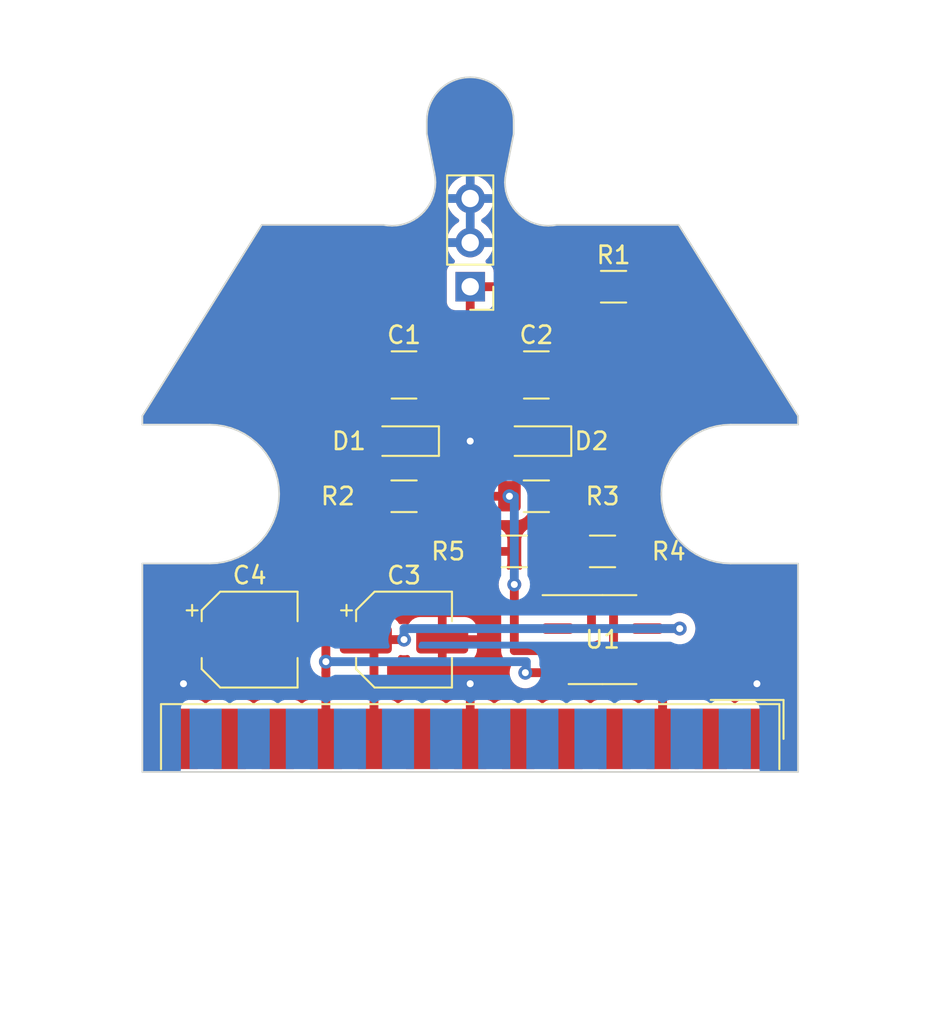
<source format=kicad_pcb>
(kicad_pcb (version 20221018) (generator pcbnew)
  (layers (0 "F.Cu" signal) (31 "B.Cu" signal) (34 "B.Paste" user) (35 "F.Paste" user) (36 "B.SilkS" user "B.Silkscreen") (37 "F.SilkS" user "F.Silkscreen") (38 "B.Mask" user) (39 "F.Mask" user) (44 "Edge.Cuts" user))
  (net 0 "")
  (net 1 "Net-(D1-A)")
  (net 2 "Net-(D2-K)")
  (net 3 "+12V")
  (net 4 "GND")
  (net 5 "-12V")
  (net 8 "Net-(J2-Pad3)")
  (net 28 "Net-(U1-+)")
  (net 29 "Net-(U1--)")
  (net 33 "Net-(J1-Pin_1)")
  (footprint "Capacitor_SMD:C_1210_3225Metric_Pad1.33x2.70mm_HandSolder" (layer "F.Cu") (at 120.523 71.8895)
    (fp_text reference "C2" (at 0 -2.3) (layer "F.SilkS"))
    (fp_text value "1µF")
    (fp_line (start -0.711252 -1.36) (end 0.711252 -1.36) (stroke (width 0.12)) (layer "F.SilkS"))
    (fp_line (start -0.711252 1.36) (end 0.711252 1.36) (stroke (width 0.12)) (layer "F.SilkS"))
    (pad "1" smd roundrect (at -1.5625 0) (size 1.325 2.7) (layers "F.Cu" "F.Paste" "F.Mask") (roundrect_rratio 0.188679) (net 33 "Net-(J1-Pin_1)"))
    (pad "2" smd roundrect (at 1.5625 0) (size 1.325 2.7) (layers "F.Cu" "F.Paste" "F.Mask") (roundrect_rratio 0.188679) (net 2 "Net-(D2-K)"))
  )
  (footprint "Connector_Dsub:DSUB-25_Female_EdgeMount_P2.77mm" (layer "F.Cu") (at 116.713 92.8445)
    (fp_text reference "J2" hide)
    (fp_text value "DB25_Receptacle" hide)
    (fp_line (start -17.803333 -2) (end -17.803333 1.74) (stroke (width 0.12)) (layer "F.SilkS"))
    (fp_line (start 17.803333 -2) (end -17.803333 -2) (stroke (width 0.12)) (layer "F.SilkS"))
    (fp_line (start 17.803333 1.74) (end 17.803333 -2) (stroke (width 0.12)) (layer "F.SilkS"))
    (fp_line (start 18.043333 -2.24) (end 13.85 -2.24) (stroke (width 0.12)) (layer "F.SilkS"))
    (fp_line (start 18.043333 0) (end 18.043333 -2.24) (stroke (width 0.12)) (layer "F.SilkS"))
    (pad "1" smd rect (at 16.62 0) (size 1.846667 3.48) (layers "F.Cu" "F.Paste" "F.Mask"))
    (pad "2" smd rect (at 13.85 0) (size 1.846667 3.48) (layers "F.Cu" "F.Paste" "F.Mask"))
    (pad "3" smd rect (at 11.08 0) (size 1.846667 3.48) (layers "F.Cu" "F.Paste" "F.Mask") (net 8 "Net-(J2-Pad3)"))
    (pad "4" smd rect (at 8.31 0) (size 1.846667 3.48) (layers "F.Cu" "F.Paste" "F.Mask"))
    (pad "5" smd rect (at 5.54 0) (size 1.846667 3.48) (layers "F.Cu" "F.Paste" "F.Mask"))
    (pad "6" smd rect (at 2.77 0) (size 1.846667 3.48) (layers "F.Cu" "F.Paste" "F.Mask"))
    (pad "7" smd rect (at 0 0) (size 1.846667 3.48) (layers "F.Cu" "F.Paste" "F.Mask") (net 4 "GND"))
    (pad "8" smd rect (at -2.77 0) (size 1.846667 3.48) (layers "F.Cu" "F.Paste" "F.Mask"))
    (pad "9" smd rect (at -5.54 0) (size 1.846667 3.48) (layers "F.Cu" "F.Paste" "F.Mask") (net 3 "+12V"))
    (pad "10" smd rect (at -8.31 0) (size 1.846667 3.48) (layers "F.Cu" "F.Paste" "F.Mask") (net 5 "-12V"))
    (pad "11" smd rect (at -11.08 0) (size 1.846667 3.48) (layers "F.Cu" "F.Paste" "F.Mask"))
    (pad "12" smd rect (at -13.85 0) (size 1.846667 3.48) (layers "F.Cu" "F.Paste" "F.Mask"))
    (pad "13" smd rect (at -16.62 0) (size 1.846667 3.48) (layers "F.Cu" "F.Paste" "F.Mask"))
    (pad "14" smd rect (at 15.235 0) (size 1.846667 3.48) (layers "B.Cu" "B.Paste" "B.Mask"))
    (pad "15" smd rect (at 12.465 0) (size 1.846667 3.48) (layers "B.Cu" "B.Paste" "B.Mask"))
    (pad "16" smd rect (at 9.695 0) (size 1.846667 3.48) (layers "B.Cu" "B.Paste" "B.Mask"))
    (pad "17" smd rect (at 6.925 0) (size 1.846667 3.48) (layers "B.Cu" "B.Paste" "B.Mask"))
    (pad "18" smd rect (at 4.155 0) (size 1.846667 3.48) (layers "B.Cu" "B.Paste" "B.Mask"))
    (pad "19" smd rect (at 1.385 0) (size 1.846667 3.48) (layers "B.Cu" "B.Paste" "B.Mask"))
    (pad "20" smd rect (at -1.385 0) (size 1.846667 3.48) (layers "B.Cu" "B.Paste" "B.Mask"))
    (pad "21" smd rect (at -4.155 0) (size 1.846667 3.48) (layers "B.Cu" "B.Paste" "B.Mask"))
    (pad "22" smd rect (at -6.925 0) (size 1.846667 3.48) (layers "B.Cu" "B.Paste" "B.Mask"))
    (pad "23" smd rect (at -9.695 0) (size 1.846667 3.48) (layers "B.Cu" "B.Paste" "B.Mask"))
    (pad "24" smd rect (at -12.465 0) (size 1.846667 3.48) (layers "B.Cu" "B.Paste" "B.Mask"))
    (pad "25" smd rect (at -15.235 0) (size 1.846667 3.48) (layers "B.Cu" "B.Paste" "B.Mask"))
  )
  (footprint "Diode_SMD:D_SOD-323_HandSoldering" (layer "F.Cu") (at 120.523 75.6995 180)
    (fp_text reference "D2" (at -3.175 0 180) (layer "F.SilkS"))
    (fp_text value "1N4148")
    (fp_line (start -2.01 -0.85) (end -2.01 0.85) (stroke (width 0.12)) (layer "F.SilkS"))
    (fp_line (start -2.01 -0.85) (end 1.25 -0.85) (stroke (width 0.12)) (layer "F.SilkS"))
    (fp_line (start -2.01 0.85) (end 1.25 0.85) (stroke (width 0.12)) (layer "F.SilkS"))
    (pad "1" smd roundrect (at -1.25 0 180) (size 1 1) (layers "F.Cu" "F.Paste" "F.Mask") (net 2 "Net-(D2-K)"))
    (pad "2" smd roundrect (at 1.25 0 180) (size 1 1) (layers "F.Cu" "F.Paste" "F.Mask") (net 4 "GND"))
  )
  (footprint "Resistor_SMD:R_1206_3216Metric_Pad1.30x1.75mm_HandSolder" (layer "F.Cu") (at 119.253 82.0495)
    (fp_text reference "R5" (at -3.81 0) (layer "F.SilkS"))
    (fp_text value "1k")
    (fp_line (start -0.727064 -0.91) (end 0.727064 -0.91) (stroke (width 0.12)) (layer "F.SilkS"))
    (fp_line (start -0.727064 0.91) (end 0.727064 0.91) (stroke (width 0.12)) (layer "F.SilkS"))
    (pad "1" smd roundrect (at -1.55 0) (size 1.3 1.75) (layers "F.Cu" "F.Paste" "F.Mask") (roundrect_rratio 0.192308) (net 4 "GND"))
    (pad "2" smd roundrect (at 1.55 0) (size 1.3 1.75) (layers "F.Cu" "F.Paste" "F.Mask") (roundrect_rratio 0.192308) (net 29 "Net-(U1--)"))
  )
  (footprint "Resistor_SMD:R_1206_3216Metric_Pad1.30x1.75mm_HandSolder" (layer "F.Cu") (at 124.333 82.0495)
    (fp_text reference "R4" (at 3.81 0) (layer "F.SilkS"))
    (fp_text value "9k1")
    (fp_line (start -0.727064 -0.91) (end 0.727064 -0.91) (stroke (width 0.12)) (layer "F.SilkS"))
    (fp_line (start -0.727064 0.91) (end 0.727064 0.91) (stroke (width 0.12)) (layer "F.SilkS"))
    (pad "1" smd roundrect (at -1.55 0) (size 1.3 1.75) (layers "F.Cu" "F.Paste" "F.Mask") (roundrect_rratio 0.192308) (net 29 "Net-(U1--)"))
    (pad "2" smd roundrect (at 1.55 0) (size 1.3 1.75) (layers "F.Cu" "F.Paste" "F.Mask") (roundrect_rratio 0.192308) (net 8 "Net-(J2-Pad3)"))
  )
  (footprint "Capacitor_SMD:CP_Elec_5x5.4" (layer "F.Cu") (at 112.903 87.1295)
    (fp_text reference "C3" (at 0 -3.7) (layer "F.SilkS"))
    (fp_text value "10µF")
    (fp_line (start -3.625 -1.685) (end -3 -1.685) (stroke (width 0.12)) (layer "F.SilkS"))
    (fp_line (start -3.3125 -1.9975) (end -3.3125 -1.3725) (stroke (width 0.12)) (layer "F.SilkS"))
    (fp_line (start -2.76 -1.695563) (end -2.76 -1.06) (stroke (width 0.12)) (layer "F.SilkS"))
    (fp_line (start -2.76 -1.695563) (end -1.695563 -2.76) (stroke (width 0.12)) (layer "F.SilkS"))
    (fp_line (start -2.76 1.695563) (end -2.76 1.06) (stroke (width 0.12)) (layer "F.SilkS"))
    (fp_line (start -2.76 1.695563) (end -1.695563 2.76) (stroke (width 0.12)) (layer "F.SilkS"))
    (fp_line (start -1.695563 -2.76) (end 2.76 -2.76) (stroke (width 0.12)) (layer "F.SilkS"))
    (fp_line (start -1.695563 2.76) (end 2.76 2.76) (stroke (width 0.12)) (layer "F.SilkS"))
    (fp_line (start 2.76 -2.76) (end 2.76 -1.06) (stroke (width 0.12)) (layer "F.SilkS"))
    (fp_line (start 2.76 2.76) (end 2.76 1.06) (stroke (width 0.12)) (layer "F.SilkS"))
    (pad "1" smd roundrect (at -2.2 0) (size 3 1.6) (layers "F.Cu" "F.Paste" "F.Mask") (roundrect_rratio 0.15625) (net 3 "+12V"))
    (pad "2" smd roundrect (at 2.2 0) (size 3 1.6) (layers "F.Cu" "F.Paste" "F.Mask") (roundrect_rratio 0.15625) (net 4 "GND"))
  )
  (footprint "Capacitor_SMD:CP_Elec_5x5.4" (layer "F.Cu") (at 104.013 87.1295)
    (fp_text reference "C4" (at 0 -3.7) (layer "F.SilkS"))
    (fp_text value "10µF")
    (fp_line (start -3.625 -1.685) (end -3 -1.685) (stroke (width 0.12)) (layer "F.SilkS"))
    (fp_line (start -3.3125 -1.9975) (end -3.3125 -1.3725) (stroke (width 0.12)) (layer "F.SilkS"))
    (fp_line (start -2.76 -1.695563) (end -2.76 -1.06) (stroke (width 0.12)) (layer "F.SilkS"))
    (fp_line (start -2.76 -1.695563) (end -1.695563 -2.76) (stroke (width 0.12)) (layer "F.SilkS"))
    (fp_line (start -2.76 1.695563) (end -2.76 1.06) (stroke (width 0.12)) (layer "F.SilkS"))
    (fp_line (start -2.76 1.695563) (end -1.695563 2.76) (stroke (width 0.12)) (layer "F.SilkS"))
    (fp_line (start -1.695563 -2.76) (end 2.76 -2.76) (stroke (width 0.12)) (layer "F.SilkS"))
    (fp_line (start -1.695563 2.76) (end 2.76 2.76) (stroke (width 0.12)) (layer "F.SilkS"))
    (fp_line (start 2.76 -2.76) (end 2.76 -1.06) (stroke (width 0.12)) (layer "F.SilkS"))
    (fp_line (start 2.76 2.76) (end 2.76 1.06) (stroke (width 0.12)) (layer "F.SilkS"))
    (pad "1" smd roundrect (at -2.2 0) (size 3 1.6) (layers "F.Cu" "F.Paste" "F.Mask") (roundrect_rratio 0.15625) (net 4 "GND"))
    (pad "2" smd roundrect (at 2.2 0) (size 3 1.6) (layers "F.Cu" "F.Paste" "F.Mask") (roundrect_rratio 0.15625) (net 5 "-12V"))
  )
  (footprint "Resistor_SMD:R_1206_3216Metric_Pad1.30x1.75mm_HandSolder" (layer "F.Cu") (at 120.523 78.8745 180)
    (fp_text reference "R3" (at -3.81 0 180) (layer "F.SilkS"))
    (fp_text value "47K")
    (fp_line (start -0.727064 -0.91) (end 0.727064 -0.91) (stroke (width 0.12)) (layer "F.SilkS"))
    (fp_line (start -0.727064 0.91) (end 0.727064 0.91) (stroke (width 0.12)) (layer "F.SilkS"))
    (pad "1" smd roundrect (at -1.55 0 180) (size 1.3 1.75) (layers "F.Cu" "F.Paste" "F.Mask") (roundrect_rratio 0.192308) (net 2 "Net-(D2-K)"))
    (pad "2" smd roundrect (at 1.55 0 180) (size 1.3 1.75) (layers "F.Cu" "F.Paste" "F.Mask") (roundrect_rratio 0.192308) (net 28 "Net-(U1-+)"))
  )
  (footprint "Diode_SMD:D_SOD-323_HandSoldering" (layer "F.Cu") (at 112.903 75.6995 180)
    (fp_text reference "D1" (at 3.175 0 180) (layer "F.SilkS"))
    (fp_text value "1N4148")
    (fp_line (start -2.01 -0.85) (end -2.01 0.85) (stroke (width 0.12)) (layer "F.SilkS"))
    (fp_line (start -2.01 -0.85) (end 1.25 -0.85) (stroke (width 0.12)) (layer "F.SilkS"))
    (fp_line (start -2.01 0.85) (end 1.25 0.85) (stroke (width 0.12)) (layer "F.SilkS"))
    (pad "1" smd roundrect (at -1.25 0 180) (size 1 1) (layers "F.Cu" "F.Paste" "F.Mask") (net 4 "GND"))
    (pad "2" smd roundrect (at 1.25 0 180) (size 1 1) (layers "F.Cu" "F.Paste" "F.Mask") (net 1 "Net-(D1-A)"))
  )
  (footprint "Resistor_SMD:R_1206_3216Metric_Pad1.30x1.75mm_HandSolder" (layer "F.Cu") (at 112.903 78.8745)
    (fp_text reference "R2" (at -3.81 0) (layer "F.SilkS"))
    (fp_text value "22K")
    (fp_line (start -0.727064 -0.91) (end 0.727064 -0.91) (stroke (width 0.12)) (layer "F.SilkS"))
    (fp_line (start -0.727064 0.91) (end 0.727064 0.91) (stroke (width 0.12)) (layer "F.SilkS"))
    (pad "1" smd roundrect (at -1.55 0) (size 1.3 1.75) (layers "F.Cu" "F.Paste" "F.Mask") (roundrect_rratio 0.192308) (net 1 "Net-(D1-A)"))
    (pad "2" smd roundrect (at 1.55 0) (size 1.3 1.75) (layers "F.Cu" "F.Paste" "F.Mask") (roundrect_rratio 0.192308) (net 28 "Net-(U1-+)"))
  )
  (footprint "Capacitor_SMD:C_1210_3225Metric_Pad1.33x2.70mm_HandSolder" (layer "F.Cu") (at 112.903 71.8895)
    (fp_text reference "C1" (at 0 -2.3) (layer "F.SilkS"))
    (fp_text value "1µF")
    (fp_line (start -0.711252 -1.36) (end 0.711252 -1.36) (stroke (width 0.12)) (layer "F.SilkS"))
    (fp_line (start -0.711252 1.36) (end 0.711252 1.36) (stroke (width 0.12)) (layer "F.SilkS"))
    (pad "1" smd roundrect (at -1.5625 0) (size 1.325 2.7) (layers "F.Cu" "F.Paste" "F.Mask") (roundrect_rratio 0.188679) (net 1 "Net-(D1-A)"))
    (pad "2" smd roundrect (at 1.5625 0) (size 1.325 2.7) (layers "F.Cu" "F.Paste" "F.Mask") (roundrect_rratio 0.188679) (net 33 "Net-(J1-Pin_1)"))
  )
  (footprint "Resistor_SMD:R_1206_3216Metric_Pad1.30x1.75mm_HandSolder" (layer "F.Cu") (at 124.968 66.8095)
    (fp_text reference "R1" (at 0 -1.82) (layer "F.SilkS"))
    (fp_text value "82R")
    (fp_line (start -0.727064 -0.91) (end 0.727064 -0.91) (stroke (width 0.12)) (layer "F.SilkS"))
    (fp_line (start -0.727064 0.91) (end 0.727064 0.91) (stroke (width 0.12)) (layer "F.SilkS"))
    (pad "1" smd roundrect (at -1.55 0) (size 1.3 1.75) (layers "F.Cu" "F.Paste" "F.Mask") (roundrect_rratio 0.192308) (net 33 "Net-(J1-Pin_1)"))
    (pad "2" smd roundrect (at 1.55 0) (size 1.3 1.75) (layers "F.Cu" "F.Paste" "F.Mask") (roundrect_rratio 0.192308) (net 4 "GND"))
  )
  (footprint "Package_SO:SO-8_3.9x4.9mm_P1.27mm" (layer "F.Cu") (at 124.333 87.1295)
    (fp_text reference "U1" (at 0 0 180) (layer "F.SilkS"))
    (fp_text value "LF356")
    (fp_line (start 0 -2.56) (end -3.45 -2.56) (stroke (width 0.12)) (layer "F.SilkS"))
    (fp_line (start 0 -2.56) (end 1.95 -2.56) (stroke (width 0.12)) (layer "F.SilkS"))
    (fp_line (start 0 2.56) (end -1.95 2.56) (stroke (width 0.12)) (layer "F.SilkS"))
    (fp_line (start 0 2.56) (end 1.95 2.56) (stroke (width 0.12)) (layer "F.SilkS"))
    (pad "1" smd roundrect (at -2.575 -1.905) (size 1.75 0.6) (layers "F.Cu" "F.Paste" "F.Mask"))
    (pad "2" smd roundrect (at -2.575 -0.635) (size 1.75 0.6) (layers "F.Cu" "F.Paste" "F.Mask") (net 29 "Net-(U1--)"))
    (pad "3" smd roundrect (at -2.575 0.635) (size 1.75 0.6) (layers "F.Cu" "F.Paste" "F.Mask") (net 28 "Net-(U1-+)"))
    (pad "4" smd roundrect (at -2.575 1.905) (size 1.75 0.6) (layers "F.Cu" "F.Paste" "F.Mask") (net 5 "-12V"))
    (pad "5" smd roundrect (at 2.575 1.905) (size 1.75 0.6) (layers "F.Cu" "F.Paste" "F.Mask"))
    (pad "6" smd roundrect (at 2.575 0.635) (size 1.75 0.6) (layers "F.Cu" "F.Paste" "F.Mask") (net 8 "Net-(J2-Pad3)"))
    (pad "7" smd roundrect (at 2.575 -0.635) (size 1.75 0.6) (layers "F.Cu" "F.Paste" "F.Mask") (net 3 "+12V"))
    (pad "8" smd roundrect (at 2.575 -1.905) (size 1.75 0.6) (layers "F.Cu" "F.Paste" "F.Mask"))
  )
  (footprint "Connector_PinHeader_2.54mm:PinHeader_1x03_P2.54mm_Vertical" (layer "F.Cu") (at 116.713 66.8095 180)
    (fp_text reference "J1" hide)
    (fp_text value "Video In" hide)
    (fp_line (start -1.33 -1.33) (end 0 -1.33) (stroke (width 0.12)) (layer "F.SilkS"))
    (fp_line (start -1.33 0) (end -1.33 -1.33) (stroke (width 0.12)) (layer "F.SilkS"))
    (fp_line (start -1.33 1.27) (end -1.33 6.41) (stroke (width 0.12)) (layer "F.SilkS"))
    (fp_line (start -1.33 1.27) (end 1.33 1.27) (stroke (width 0.12)) (layer "F.SilkS"))
    (fp_line (start -1.33 6.41) (end 1.33 6.41) (stroke (width 0.12)) (layer "F.SilkS"))
    (fp_line (start 1.33 1.27) (end 1.33 6.41) (stroke (width 0.12)) (layer "F.SilkS"))
    (pad "1" thru_hole rect (at 0 0 180) (size 1.7 1.7) (drill 1) (layers "*.Cu" "*.Mask") (net 33 "Net-(J1-Pin_1)"))
    (pad "2" thru_hole oval (at 0 2.54 180) (size 1.7 1.7) (drill 1) (layers "*.Cu" "*.Mask") (net 4 "GND"))
    (pad "3" thru_hole oval (at 0 5.08 180) (size 1.7 1.7) (drill 1) (layers "*.Cu" "*.Mask") (net 4 "GND"))
  )
  (gr_line (start 114.37807 62.0495) (end 114.23555 62.269) (stroke (width 0.1)) (layer "Edge.Cuts"))
  (gr_line (start 105.5172 77.5134) (end 105.6256 77.9179) (stroke (width 0.1)) (layer "Edge.Cuts"))
  (gr_line (start 113.22985 63.0834) (end 112.98555 63.1771) (stroke (width 0.1)) (layer "Edge.Cuts"))
  (gr_line (start 104.9491 76.3984) (end 105.1771 76.7495) (stroke (width 0.1)) (layer "Edge.Cuts"))
  (gr_line (start 113.463 62.9646) (end 113.22985 63.0834) (stroke (width 0.1)) (layer "Edge.Cuts"))
  (gr_line (start 118.72669 60.5382) (end 118.76763 60.2797) (stroke (width 0.1)) (layer "Edge.Cuts"))
  (gr_line (start 120.69321 63.2449) (end 120.44045 63.1771) (stroke (width 0.1)) (layer "Edge.Cuts"))
  (gr_line (start 105.1771 76.7495) (end 105.3672 77.1226) (stroke (width 0.1)) (layer "Edge.Cuts"))
  (gr_line (start 118.99686 56.2327) (end 118.87805 55.9995) (stroke (width 0.1)) (layer "Edge.Cuts"))
  (gr_line (start 135.588 74.7495) (end 135.588 74.2495) (stroke (width 0.1)) (layer "Edge.Cuts"))
  (gr_line (start 115.69617 54.9656) (end 115.463 55.0844) (stroke (width 0.1)) (layer "Edge.Cuts"))
  (gr_line (start 115.04018 55.3917) (end 114.85515 55.5767) (stroke (width 0.1)) (layer "Edge.Cuts"))
  (gr_line (start 97.838 74.2495) (end 97.838 74.7495) (stroke (width 0.1)) (layer "Edge.Cuts"))
  (gr_line (start 129.713 75.2854) (end 130.086 75.0953) (stroke (width 0.1)) (layer "Edge.Cuts"))
  (gr_line (start 129.713 82.2136) (end 129.3618 81.9856) (stroke (width 0.1)) (layer "Edge.Cuts"))
  (gr_line (start 128.0588 77.1226) (end 128.2489 76.7495) (stroke (width 0.1)) (layer "Edge.Cuts"))
  (gr_line (start 131.713 74.7495) (end 135.588 74.7495) (stroke (width 0.1)) (layer "Edge.Cuts"))
  (gr_line (start 130.8814 74.8369) (end 131.2949 74.7714) (stroke (width 0.1)) (layer "Edge.Cuts"))
  (gr_line (start 103.713 75.2854) (end 104.0642 75.5134) (stroke (width 0.1)) (layer "Edge.Cuts"))
  (gr_line (start 127.713 78.7495) (end 127.7349 78.3314) (stroke (width 0.1)) (layer "Edge.Cuts"))
  (gr_line (start 119.54016 62.6574) (end 119.35514 62.4723) (stroke (width 0.1)) (layer "Edge.Cuts"))
  (gr_line (start 105.5172 79.9856) (end 105.3672 80.3765) (stroke (width 0.1)) (layer "Edge.Cuts"))
  (gr_line (start 114.65837 60.2797) (end 114.69931 60.5382) (stroke (width 0.1)) (layer "Edge.Cuts"))
  (gr_line (start 112.713 63.2495) (end 112.7036 63.2495) (stroke (width 0.1)) (layer "Edge.Cuts"))
  (gr_line (start 112.47432 63.2858) (end 112.213 63.2995) (stroke (width 0.1)) (layer "Edge.Cuts"))
  (gr_line (start 101.713 82.7495) (end 97.838 82.7495) (stroke (width 0.1)) (layer "Edge.Cuts"))
  (gr_line (start 118.57085 55.5767) (end 118.38582 55.3917) (stroke (width 0.1)) (layer "Edge.Cuts"))
  (gr_line (start 118.76763 60.2797) (end 119.213 58.0083) (stroke (width 0.1)) (layer "Edge.Cuts"))
  (gr_line (start 131.2949 82.7276) (end 130.8814 82.6621) (stroke (width 0.1)) (layer "Edge.Cuts"))
  (gr_line (start 102.9491 74.9453) (end 103.34 75.0953) (stroke (width 0.1)) (layer "Edge.Cuts"))
  (gr_line (start 127.9088 79.9856) (end 127.8004 79.5811) (stroke (width 0.1)) (layer "Edge.Cuts"))
  (gr_line (start 103.34 82.4037) (end 102.9491 82.5537) (stroke (width 0.1)) (layer "Edge.Cuts"))
  (gr_line (start 114.213 57.2495) (end 114.213 58.0083) (stroke (width 0.1)) (layer "Edge.Cuts"))
  (gr_line (start 105.6911 78.3314) (end 105.713 78.7495) (stroke (width 0.1)) (layer "Edge.Cuts"))
  (gr_line (start 127.7349 78.3314) (end 127.8004 77.9179) (stroke (width 0.1)) (layer "Edge.Cuts"))
  (gr_line (start 118.76763 61.3193) (end 118.72669 61.0608) (stroke (width 0.1)) (layer "Edge.Cuts"))
  (gr_line (start 114.2267 56.9882) (end 114.213 57.2495) (stroke (width 0.1)) (layer "Edge.Cuts"))
  (gr_line (start 119.74353 62.8221) (end 119.54016 62.6574) (stroke (width 0.1)) (layer "Edge.Cuts"))
  (gr_line (start 128.7404 76.073) (end 129.0365 75.7769) (stroke (width 0.1)) (layer "Edge.Cuts"))
  (gr_line (start 114.69931 60.5382) (end 114.713 60.7995) (stroke (width 0.1)) (layer "Edge.Cuts"))
  (gr_line (start 128.4769 76.3984) (end 128.7404 76.073) (stroke (width 0.1)) (layer "Edge.Cuts"))
  (gr_line (start 115.940463 54.8719) (end 115.69617 54.9656) (stroke (width 0.1)) (layer "Edge.Cuts"))
  (gr_line (start 130.4769 82.5537) (end 130.086 82.4037) (stroke (width 0.1)) (layer "Edge.Cuts"))
  (gr_line (start 114.42914 56.2327) (end 114.33536 56.477) (stroke (width 0.1)) (layer "Edge.Cuts"))
  (gr_line (start 114.23555 62.269) (end 114.07086 62.4723) (stroke (width 0.1)) (layer "Edge.Cuts"))
  (gr_line (start 130.4769 74.9453) (end 130.8814 74.8369) (stroke (width 0.1)) (layer "Edge.Cuts"))
  (gr_line (start 114.26764 56.7297) (end 114.2267 56.9882) (stroke (width 0.1)) (layer "Edge.Cuts"))
  (gr_line (start 104.3895 75.7769) (end 104.6856 76.073) (stroke (width 0.1)) (layer "Edge.Cuts"))
  (gr_line (start 104.3895 81.7221) (end 104.0642 81.9856) (stroke (width 0.1)) (layer "Edge.Cuts"))
  (gr_line (start 119.04793 62.0495) (end 118.92913 61.8163) (stroke (width 0.1)) (layer "Edge.Cuts"))
  (gr_line (start 128.4769 81.1007) (end 128.2489 80.7495) (stroke (width 0.1)) (layer "Edge.Cuts"))
  (gr_line (start 135.588 74.2495) (end 128.713 63.2495) (stroke (width 0.1)) (layer "Edge.Cuts"))
  (gr_line (start 111.72241 63.2495) (end 104.713 63.2495) (stroke (width 0.1)) (layer "Edge.Cuts"))
  (gr_line (start 102.1311 74.7714) (end 102.5446 74.8369) (stroke (width 0.1)) (layer "Edge.Cuts"))
  (gr_line (start 102.5446 82.6621) (end 102.1311 82.7276) (stroke (width 0.1)) (layer "Edge.Cuts"))
  (gr_line (start 113.88584 62.6574) (end 113.68247 62.8221) (stroke (width 0.1)) (layer "Edge.Cuts"))
  (gr_line (start 112.73279 63.2449) (end 112.713 63.248) (stroke (width 0.1)) (layer "Edge.Cuts"))
  (gr_line (start 118.72669 61.0608) (end 118.713 60.7995) (stroke (width 0.1)) (layer "Edge.Cuts"))
  (gr_line (start 101.713 74.7495) (end 102.1311 74.7714) (stroke (width 0.1)) (layer "Edge.Cuts"))
  (gr_line (start 97.838 74.7495) (end 101.713 74.7495) (stroke (width 0.1)) (layer "Edge.Cuts"))
  (gr_line (start 119.35514 62.4723) (end 119.19045 62.269) (stroke (width 0.1)) (layer "Edge.Cuts"))
  (gr_line (start 118.18245 55.227) (end 117.963 55.0844) (stroke (width 0.1)) (layer "Edge.Cuts"))
  (gr_line (start 119.09064 56.477) (end 118.99686 56.2327) (stroke (width 0.1)) (layer "Edge.Cuts"))
  (gr_line (start 114.213 58.0083) (end 114.65837 60.2797) (stroke (width 0.1)) (layer "Edge.Cuts"))
  (gr_line (start 114.49687 61.8163) (end 114.37807 62.0495) (stroke (width 0.1)) (layer "Edge.Cuts"))
  (gr_line (start 112.98555 63.1771) (end 112.73279 63.2449) (stroke (width 0.1)) (layer "Edge.Cuts"))
  (gr_line (start 127.9088 77.5134) (end 128.0588 77.1226) (stroke (width 0.1)) (layer "Edge.Cuts"))
  (gr_line (start 116.193225 54.8041) (end 115.940463 54.8719) (stroke (width 0.1)) (layer "Edge.Cuts"))
  (gr_line (start 119.963 62.9646) (end 119.74353 62.8221) (stroke (width 0.1)) (layer "Edge.Cuts"))
  (gr_line (start 135.588 82.7495) (end 131.713 82.7495) (stroke (width 0.1)) (layer "Edge.Cuts"))
  (gr_line (start 127.8004 77.9179) (end 127.9088 77.5134) (stroke (width 0.1)) (layer "Edge.Cuts"))
  (gr_line (start 118.83534 61.5721) (end 118.76763 61.3193) (stroke (width 0.1)) (layer "Edge.Cuts"))
  (gr_line (start 120.713 63.2495) (end 120.713 63.248) (stroke (width 0.1)) (layer "Edge.Cuts"))
  (gr_line (start 115.463 55.0844) (end 115.24355 55.227) (stroke (width 0.1)) (layer "Edge.Cuts"))
  (gr_line (start 105.1771 80.7495) (end 104.9491 81.1007) (stroke (width 0.1)) (layer "Edge.Cuts"))
  (gr_line (start 128.2489 76.7495) (end 128.4769 76.3984) (stroke (width 0.1)) (layer "Edge.Cuts"))
  (gr_line (start 120.713 63.248) (end 120.69321 63.2449) (stroke (width 0.1)) (layer "Edge.Cuts"))
  (gr_line (start 118.73554 55.78) (end 118.57085 55.5767) (stroke (width 0.1)) (layer "Edge.Cuts"))
  (gr_line (start 128.7404 81.426) (end 128.4769 81.1007) (stroke (width 0.1)) (layer "Edge.Cuts"))
  (gr_line (start 119.213 57.2495) (end 119.1993 56.9882) (stroke (width 0.1)) (layer "Edge.Cuts"))
  (gr_line (start 118.713 60.7995) (end 118.72669 60.5382) (stroke (width 0.1)) (layer "Edge.Cuts"))
  (gr_line (start 119.15836 56.7297) (end 119.09064 56.477) (stroke (width 0.1)) (layer "Edge.Cuts"))
  (gr_line (start 118.38582 55.3917) (end 118.18245 55.227) (stroke (width 0.1)) (layer "Edge.Cuts"))
  (gr_line (start 130.8814 82.6621) (end 130.4769 82.5537) (stroke (width 0.1)) (layer "Edge.Cuts"))
  (gr_line (start 105.6256 79.5811) (end 105.5172 79.9856) (stroke (width 0.1)) (layer "Edge.Cuts"))
  (gr_line (start 105.6256 77.9179) (end 105.6911 78.3314) (stroke (width 0.1)) (layer "Edge.Cuts"))
  (gr_line (start 97.838 94.7495) (end 135.588 94.7495) (stroke (width 0.1)) (layer "Edge.Cuts"))
  (gr_line (start 102.1311 82.7276) (end 101.713 82.7495) (stroke (width 0.1)) (layer "Edge.Cuts"))
  (gr_line (start 114.69931 61.0608) (end 114.65837 61.3193) (stroke (width 0.1)) (layer "Edge.Cuts"))
  (gr_line (start 114.85515 55.5767) (end 114.69046 55.78) (stroke (width 0.1)) (layer "Edge.Cuts"))
  (gr_line (start 104.6856 76.073) (end 104.9491 76.3984) (stroke (width 0.1)) (layer "Edge.Cuts"))
  (gr_line (start 128.2489 80.7495) (end 128.0588 80.3765) (stroke (width 0.1)) (layer "Edge.Cuts"))
  (gr_line (start 115.24355 55.227) (end 115.04018 55.3917) (stroke (width 0.1)) (layer "Edge.Cuts"))
  (gr_line (start 120.19615 63.0834) (end 119.963 62.9646) (stroke (width 0.1)) (layer "Edge.Cuts"))
  (gr_line (start 103.34 75.0953) (end 103.713 75.2854) (stroke (width 0.1)) (layer "Edge.Cuts"))
  (gr_line (start 104.9491 81.1007) (end 104.6856 81.426) (stroke (width 0.1)) (layer "Edge.Cuts"))
  (gr_line (start 127.8004 79.5811) (end 127.7349 79.1676) (stroke (width 0.1)) (layer "Edge.Cuts"))
  (gr_line (start 102.5446 74.8369) (end 102.9491 74.9453) (stroke (width 0.1)) (layer "Edge.Cuts"))
  (gr_line (start 121.213 63.2995) (end 120.95168 63.2858) (stroke (width 0.1)) (layer "Edge.Cuts"))
  (gr_line (start 121.47431 63.2858) (end 121.213 63.2995) (stroke (width 0.1)) (layer "Edge.Cuts"))
  (gr_line (start 118.92913 61.8163) (end 118.83534 61.5721) (stroke (width 0.1)) (layer "Edge.Cuts"))
  (gr_line (start 121.70359 63.2495) (end 121.47431 63.2858) (stroke (width 0.1)) (layer "Edge.Cuts"))
  (gr_line (start 135.588 94.7495) (end 135.588 82.7495) (stroke (width 0.1)) (layer "Edge.Cuts"))
  (gr_line (start 130.086 75.0953) (end 130.4769 74.9453) (stroke (width 0.1)) (layer "Edge.Cuts"))
  (gr_line (start 103.713 82.2136) (end 103.34 82.4037) (stroke (width 0.1)) (layer "Edge.Cuts"))
  (gr_line (start 114.59066 61.5721) (end 114.49687 61.8163) (stroke (width 0.1)) (layer "Edge.Cuts"))
  (gr_line (start 105.3672 77.1226) (end 105.5172 77.5134) (stroke (width 0.1)) (layer "Edge.Cuts"))
  (gr_line (start 113.68247 62.8221) (end 113.463 62.9646) (stroke (width 0.1)) (layer "Edge.Cuts"))
  (gr_line (start 119.213 58.0083) (end 119.213 57.2495) (stroke (width 0.1)) (layer "Edge.Cuts"))
  (gr_line (start 105.3672 80.3765) (end 105.1771 80.7495) (stroke (width 0.1)) (layer "Edge.Cuts"))
  (gr_line (start 116.974307 54.7632) (end 116.713 54.7495) (stroke (width 0.1)) (layer "Edge.Cuts"))
  (gr_line (start 117.963 55.0844) (end 117.72983 54.9656) (stroke (width 0.1)) (layer "Edge.Cuts"))
  (gr_line (start 118.87805 55.9995) (end 118.73554 55.78) (stroke (width 0.1)) (layer "Edge.Cuts"))
  (gr_line (start 128.0588 80.3765) (end 127.9088 79.9856) (stroke (width 0.1)) (layer "Edge.Cuts"))
  (gr_line (start 111.95169 63.2858) (end 111.72241 63.2495) (stroke (width 0.1)) (layer "Edge.Cuts"))
  (gr_line (start 120.44045 63.1771) (end 120.19615 63.0834) (stroke (width 0.1)) (layer "Edge.Cuts"))
  (gr_line (start 114.65837 61.3193) (end 114.59066 61.5721) (stroke (width 0.1)) (layer "Edge.Cuts"))
  (gr_line (start 112.7036 63.2495) (end 112.47432 63.2858) (stroke (width 0.1)) (layer "Edge.Cuts"))
  (gr_line (start 129.3618 81.9856) (end 129.0365 81.7221) (stroke (width 0.1)) (layer "Edge.Cuts"))
  (gr_line (start 130.086 82.4037) (end 129.713 82.2136) (stroke (width 0.1)) (layer "Edge.Cuts"))
  (gr_line (start 120.7224 63.2495) (end 120.713 63.2495) (stroke (width 0.1)) (layer "Edge.Cuts"))
  (gr_line (start 117.232775 54.8041) (end 116.974307 54.7632) (stroke (width 0.1)) (layer "Edge.Cuts"))
  (gr_line (start 112.213 63.2995) (end 111.95169 63.2858) (stroke (width 0.1)) (layer "Edge.Cuts"))
  (gr_line (start 102.9491 82.5537) (end 102.5446 82.6621) (stroke (width 0.1)) (layer "Edge.Cuts"))
  (gr_line (start 104.0642 81.9856) (end 103.713 82.2136) (stroke (width 0.1)) (layer "Edge.Cuts"))
  (gr_line (start 104.0642 75.5134) (end 104.3895 75.7769) (stroke (width 0.1)) (layer "Edge.Cuts"))
  (gr_line (start 114.54795 55.9995) (end 114.42914 56.2327) (stroke (width 0.1)) (layer "Edge.Cuts"))
  (gr_line (start 114.07086 62.4723) (end 113.88584 62.6574) (stroke (width 0.1)) (layer "Edge.Cuts"))
  (gr_line (start 117.72983 54.9656) (end 117.485537 54.8719) (stroke (width 0.1)) (layer "Edge.Cuts"))
  (gr_line (start 114.713 60.7995) (end 114.69931 61.0608) (stroke (width 0.1)) (layer "Edge.Cuts"))
  (gr_line (start 127.7349 79.1676) (end 127.713 78.7495) (stroke (width 0.1)) (layer "Edge.Cuts"))
  (gr_line (start 129.3618 75.5134) (end 129.713 75.2854) (stroke (width 0.1)) (layer "Edge.Cuts"))
  (gr_line (start 131.2949 74.7714) (end 131.713 74.7495) (stroke (width 0.1)) (layer "Edge.Cuts"))
  (gr_line (start 104.6856 81.426) (end 104.3895 81.7221) (stroke (width 0.1)) (layer "Edge.Cuts"))
  (gr_line (start 129.0365 75.7769) (end 129.3618 75.5134) (stroke (width 0.1)) (layer "Edge.Cuts"))
  (gr_line (start 119.1993 56.9882) (end 119.15836 56.7297) (stroke (width 0.1)) (layer "Edge.Cuts"))
  (gr_line (start 120.95168 63.2858) (end 120.7224 63.2495) (stroke (width 0.1)) (layer "Edge.Cuts"))
  (gr_line (start 97.838 82.7495) (end 97.838 94.7495) (stroke (width 0.1)) (layer "Edge.Cuts"))
  (gr_line (start 119.19045 62.269) (end 119.04793 62.0495) (stroke (width 0.1)) (layer "Edge.Cuts"))
  (gr_line (start 116.713 54.7495) (end 116.451693 54.7632) (stroke (width 0.1)) (layer "Edge.Cuts"))
  (gr_line (start 114.69046 55.78) (end 114.54795 55.9995) (stroke (width 0.1)) (layer "Edge.Cuts"))
  (gr_line (start 116.451693 54.7632) (end 116.193225 54.8041) (stroke (width 0.1)) (layer "Edge.Cuts"))
  (gr_line (start 104.713 63.2495) (end 97.838 74.2495) (stroke (width 0.1)) (layer "Edge.Cuts"))
  (gr_line (start 105.6911 79.1676) (end 105.6256 79.5811) (stroke (width 0.1)) (layer "Edge.Cuts"))
  (gr_line (start 105.713 78.7495) (end 105.6911 79.1676) (stroke (width 0.1)) (layer "Edge.Cuts"))
  (gr_line (start 117.485537 54.8719) (end 117.232775 54.8041) (stroke (width 0.1)) (layer "Edge.Cuts"))
  (gr_line (start 114.33536 56.477) (end 114.26764 56.7297) (stroke (width 0.1)) (layer "Edge.Cuts"))
  (gr_line (start 128.713 63.2495) (end 121.70359 63.2495) (stroke (width 0.1)) (layer "Edge.Cuts"))
  (gr_line (start 112.713 63.248) (end 112.713 63.2495) (stroke (width 0.1)) (layer "Edge.Cuts"))
  (gr_line (start 131.713 82.7495) (end 131.2949 82.7276) (stroke (width 0.1)) (layer "Edge.Cuts"))
  (gr_line (start 129.0365 81.7221) (end 128.7404 81.426) (stroke (width 0.1)) (layer "Edge.Cuts"))
  (segment (start 111.353 71.8895) (end 111.3405 71.8895) (width 0.508) (layer "F.Cu") (net 1))
  (segment (start 111.353 78.8745) (end 111.353 71.8895) (width 0.508) (layer "F.Cu") (net 1))
  (segment (start 122.0855 71.8895) (end 122.0855 78.8745) (width 0.508) (layer "F.Cu") (net 2))
  (segment (start 122.0855 78.8745) (end 122.073 78.8745) (width 0.508) (layer "F.Cu") (net 2))
  (segment (start 111.173 92.8445) (end 111.173 87.1295) (width 0.508) (layer "F.Cu") (net 3))
  (segment (start 111.173 87.1295) (end 110.703 87.1295) (width 0.508) (layer "F.Cu") (net 3))
  (segment (start 126.908 86.4945) (end 128.778 86.4945) (width 0.508) (layer "F.Cu") (net 3))
  (segment (start 112.903 87.1295) (end 110.703 87.1295) (width 0.508) (layer "F.Cu") (net 3))
  (via (at 128.778 86.4945) (size 0.8) (drill 0.4) (layers "F.Cu" "B.Cu") (net 3))
  (via (at 112.903 87.1295) (size 0.8) (drill 0.4) (layers "F.Cu" "B.Cu") (net 3))
  (segment (start 128.778 86.4945) (end 112.903 86.4945) (width 0.508) (layer "B.Cu") (net 3))
  (segment (start 112.903 86.4945) (end 112.903 87.1295) (width 0.508) (layer "B.Cu") (net 3))
  (via (at 133.223 89.6695) (size 0.8) (drill 0.4) (layers "F.Cu" "B.Cu") (net 4))
  (via (at 100.203 89.6695) (size 0.8) (drill 0.4) (layers "F.Cu" "B.Cu") (net 4))
  (via (at 116.713 89.6695) (size 0.8) (drill 0.4) (layers "F.Cu" "B.Cu") (net 4))
  (via (at 116.713 75.6995) (size 0.8) (drill 0.4) (layers "F.Cu" "B.Cu") (net 4))
  (segment (start 121.758 89.0345) (end 119.888 89.0345) (width 0.508) (layer "F.Cu") (net 5))
  (segment (start 108.403 87.1295) (end 106.213 87.1295) (width 0.508) (layer "F.Cu") (net 5))
  (segment (start 108.403 92.8445) (end 108.403 89.0345) (width 0.508) (layer "F.Cu") (net 5))
  (segment (start 108.403 89.0345) (end 108.403 87.1295) (width 0.508) (layer "F.Cu") (net 5))
  (via (at 119.888 89.0345) (size 0.8) (drill 0.4) (layers "F.Cu" "B.Cu") (net 5))
  (via (at 108.403 88.3995) (size 0.8) (drill 0.4) (layers "F.Cu" "B.Cu") (net 5))
  (segment (start 119.943 88.3995) (end 119.943 89.0345) (width 0.508) (layer "B.Cu") (net 5))
  (segment (start 119.943 88.3995) (end 108.458 88.3995) (width 0.508) (layer "B.Cu") (net 5))
  (segment (start 119.943 89.0345) (end 119.888 89.0345) (width 0.508) (layer "B.Cu") (net 5))
  (segment (start 128.778 87.7645) (end 126.908 87.7645) (width 0.508) (layer "F.Cu") (net 8))
  (segment (start 124.968 87.7645) (end 124.968 82.0495) (width 0.508) (layer "F.Cu") (net 8))
  (segment (start 126.908 87.7645) (end 124.968 87.7645) (width 0.508) (layer "F.Cu") (net 8))
  (segment (start 127.793 92.8445) (end 127.793 90.3045) (width 0.508) (layer "F.Cu") (net 8))
  (segment (start 124.968 82.0495) (end 125.883 82.0495) (width 0.508) (layer "F.Cu") (net 8))
  (segment (start 127.793 90.3045) (end 128.778 90.3045) (width 0.508) (layer "F.Cu") (net 8))
  (segment (start 128.778 90.3045) (end 128.778 87.7645) (width 0.508) (layer "F.Cu") (net 8))
  (segment (start 114.453 78.8745) (end 118.973 78.8745) (width 0.508) (layer "F.Cu") (net 28))
  (segment (start 119.253 87.7645) (end 119.253 83.9545) (width 0.508) (layer "F.Cu") (net 28))
  (segment (start 121.758 87.7645) (end 119.253 87.7645) (width 0.508) (layer "F.Cu") (net 28))
  (via (at 118.973 78.8745) (size 0.8) (drill 0.4) (layers "F.Cu" "B.Cu") (net 28))
  (via (at 119.253 83.9545) (size 0.8) (drill 0.4) (layers "F.Cu" "B.Cu") (net 28))
  (segment (start 119.253 83.9545) (end 119.253 78.8745) (width 0.508) (layer "B.Cu") (net 28))
  (segment (start 119.253 78.8745) (end 118.973 78.8745) (width 0.508) (layer "B.Cu") (net 28))
  (segment (start 122.783 82.0495) (end 120.803 82.0495) (width 0.508) (layer "F.Cu") (net 29))
  (segment (start 123.698 86.4945) (end 123.698 82.0495) (width 0.508) (layer "F.Cu") (net 29))
  (segment (start 123.698 82.0495) (end 122.783 82.0495) (width 0.508) (layer "F.Cu") (net 29))
  (segment (start 121.758 86.4945) (end 123.698 86.4945) (width 0.508) (layer "F.Cu") (net 29))
  (segment (start 114.4655 71.8895) (end 116.713 71.8895) (width 0.508) (layer "F.Cu") (net 33))
  (segment (start 123.418 66.8095) (end 116.713 66.8095) (width 0.508) (layer "F.Cu") (net 33))
  (segment (start 116.713 66.8095) (end 116.713 71.8895) (width 0.508) (layer "F.Cu") (net 33))
  (segment (start 116.713 71.8895) (end 118.9605 71.8895) (width 0.508) (layer "F.Cu") (net 33))
  (zone (net 4) (net_name "GND") (layers "F&B.Cu") (connect_pads (clearance 0.5)) (min_thickness 0.25) (fill yes (thermal_gap 0.5) (thermal_bridge_width 0.5))
    (polygon (pts (xy 97.663 94.7495) (xy 97.663 50.2995) (xy 135.763 50.2995) (xy 135.763 94.7495)))
  )
)
</source>
